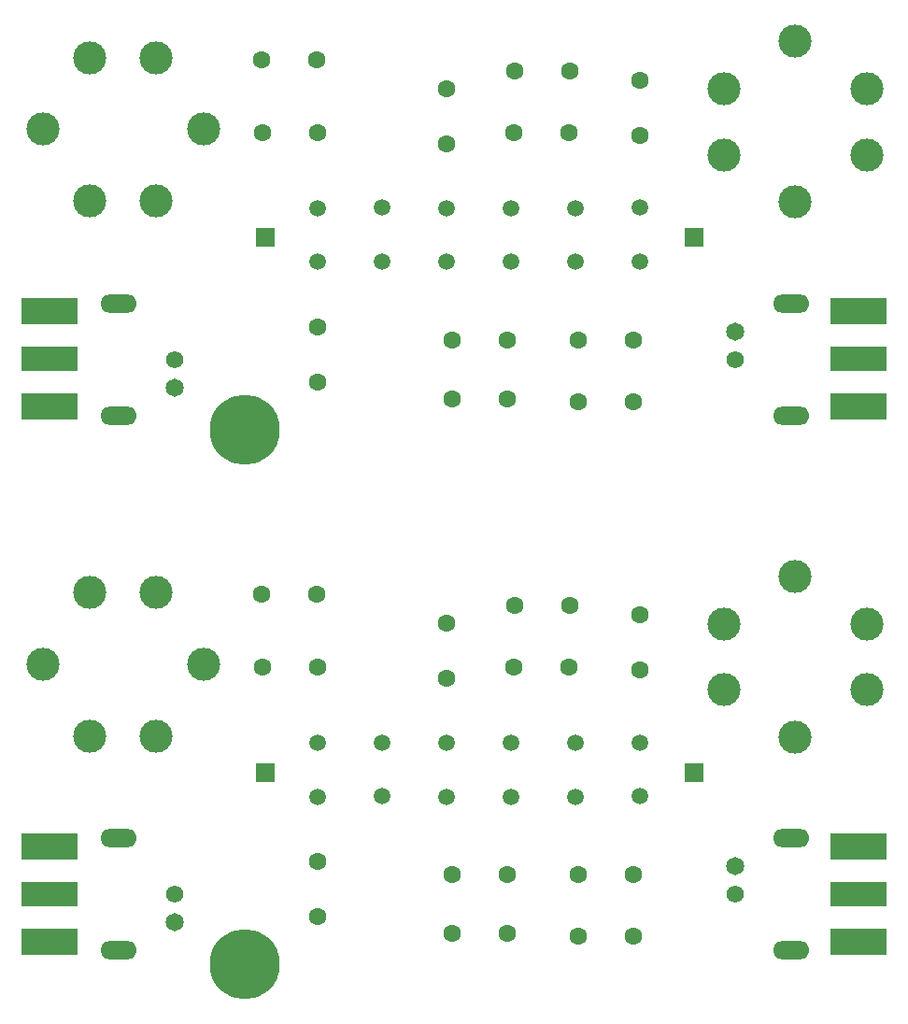
<source format=gts>
%MOIN*%
%OFA0B0*%
%FSLAX46Y46*%
%IPPOS*%
%LPD*%
%ADD10O,0.13X0.065*%
%ADD11C,0.065*%
%ADD12C,0.062*%
%ADD13C,0.25*%
%ADD14C,0.062992125984251982*%
%ADD15C,0.059055118110236227*%
%ADD16C,0.11811023622047245*%
%ADD17R,0.2X0.090000000000000011*%
%ADD18R,0.2X0.095*%
%ADD19R,0.066929133858267723X0.066929133858267723*%
%ADD30O,0.13X0.065*%
%ADD31C,0.065*%
%ADD32C,0.062*%
%ADD33C,0.25*%
%ADD34C,0.062992125984251982*%
%ADD35C,0.059055118110236227*%
%ADD36C,0.11811023622047245*%
%ADD37R,0.2X0.090000000000000011*%
%ADD38R,0.2X0.095*%
%ADD39R,0.066929133858267723X0.066929133858267723*%
%LPD*%
G01*
D10*
X0004524212Y0000740196D02*
X0002775000Y0000345708D03*
X0002775000Y0000745708D03*
D11*
X0002575000Y0000645708D03*
D12*
X0002575000Y0000545708D03*
D10*
X0000375000Y0000745708D03*
X0000375000Y0000345708D03*
D11*
X0000575000Y0000445708D03*
D12*
X0000575000Y0000545708D03*
D13*
X0000825000Y0000295708D03*
D14*
X0000885000Y0001615708D03*
X0001081850Y0001615708D03*
X0000888149Y0001355708D03*
X0001085000Y0001355708D03*
X0001085000Y0000465708D03*
X0001085000Y0000662559D03*
X0001545000Y0001315708D03*
X0001545000Y0001512559D03*
X0001761850Y0000615708D03*
X0001565000Y0000615708D03*
X0001761850Y0000405708D03*
X0001565000Y0000405708D03*
X0001981850Y0001355708D03*
X0001785000Y0001355708D03*
X0001985000Y0001575708D03*
X0001788149Y0001575708D03*
X0002015000Y0000395708D03*
X0002211850Y0000395708D03*
X0002015000Y0000615708D03*
X0002211850Y0000615708D03*
X0002235000Y0001542559D03*
X0002235000Y0001345708D03*
D15*
X0001085000Y0001085708D03*
X0001085000Y0000893582D03*
X0001545000Y0001085708D03*
X0001545000Y0000893582D03*
X0001775000Y0000893582D03*
X0001775000Y0001085708D03*
X0002005000Y0001085708D03*
X0002005000Y0000893582D03*
X0002235000Y0001087834D03*
X0002235000Y0000895708D03*
X0001315000Y0000895708D03*
X0001315000Y0001087834D03*
D16*
X0000104488Y0001366614D03*
X0000679291Y0001366614D03*
X0000273779Y0001622519D03*
X0000273779Y0001110708D03*
X0000510000Y0001622519D03*
X0000510000Y0001110708D03*
X0002535000Y0001275708D03*
X0003046811Y0001275708D03*
X0002535000Y0001511929D03*
X0003046811Y0001511929D03*
X0002790905Y0001106417D03*
X0002790905Y0001681220D03*
D17*
X0000130000Y0000547708D03*
D18*
X0000130000Y0000377708D03*
X0000130000Y0000717708D03*
X0003017000Y0000376708D03*
X0003017000Y0000716708D03*
D17*
X0003017000Y0000546708D03*
D19*
X0000900000Y0000980708D03*
X0002430000Y0000980708D03*
G04 next file*
%LPD*%
G04 #@! TF.GenerationSoftware,KiCad,Pcbnew,(5.1.10)-1*
G04 #@! TF.CreationDate,2021-10-22T12:51:20-04:00*
G04 #@! TF.ProjectId,SSB6,53534236-2e6b-4696-9361-645f70636258,1*
G04 #@! TF.SameCoordinates,PX8c7ecc0PY46649b0*
G04 #@! TF.FileFunction,Soldermask,Top*
G04 #@! TF.FilePolarity,Negative*
G04 Gerber Fmt 4.6, Leading zero omitted, Abs format (unit mm)*
G04 Created by KiCad (PCBNEW (5.1.10)-1) date 2021-10-22 12:51:20*
G01*
G04 APERTURE LIST*
G04 APERTURE END LIST*
D30*
X0004524212Y0002649645D02*
X0002775000Y0002255157D03*
X0002775000Y0002655157D03*
D31*
X0002575000Y0002555157D03*
D32*
X0002575000Y0002455157D03*
D30*
X0000375000Y0002655157D03*
X0000375000Y0002255157D03*
D31*
X0000575000Y0002355157D03*
D32*
X0000575000Y0002455157D03*
D33*
X0000825000Y0002205157D03*
D34*
X0000885000Y0003525157D03*
X0001081850Y0003525157D03*
X0000888149Y0003265157D03*
X0001085000Y0003265157D03*
X0001085000Y0002375157D03*
X0001085000Y0002572007D03*
X0001545000Y0003225157D03*
X0001545000Y0003422007D03*
X0001761850Y0002525157D03*
X0001565000Y0002525157D03*
X0001761850Y0002315157D03*
X0001565000Y0002315157D03*
X0001981850Y0003265157D03*
X0001785000Y0003265157D03*
X0001985000Y0003485157D03*
X0001788149Y0003485157D03*
X0002015000Y0002305157D03*
X0002211850Y0002305157D03*
X0002015000Y0002525157D03*
X0002211850Y0002525157D03*
X0002235000Y0003452007D03*
X0002235000Y0003255157D03*
D35*
X0001085000Y0002995157D03*
X0001085000Y0002803031D03*
X0001545000Y0002995157D03*
X0001545000Y0002803031D03*
X0001775000Y0002803031D03*
X0001775000Y0002995157D03*
X0002005000Y0002995157D03*
X0002005000Y0002803031D03*
X0002235000Y0002997283D03*
X0002235000Y0002805157D03*
X0001315000Y0002805157D03*
X0001315000Y0002997283D03*
D36*
X0000104488Y0003276062D03*
X0000679291Y0003276062D03*
X0000273779Y0003531968D03*
X0000273779Y0003020157D03*
X0000510000Y0003531968D03*
X0000510000Y0003020157D03*
X0002535000Y0003185157D03*
X0003046811Y0003185157D03*
X0002535000Y0003421377D03*
X0003046811Y0003421377D03*
X0002790905Y0003015866D03*
X0002790905Y0003590669D03*
D37*
X0000130000Y0002457157D03*
D38*
X0000130000Y0002287157D03*
X0000130000Y0002627157D03*
X0003017000Y0002286157D03*
X0003017000Y0002626157D03*
D37*
X0003017000Y0002456157D03*
D39*
X0000900000Y0002890157D03*
X0002430000Y0002890157D03*
M02*
</source>
